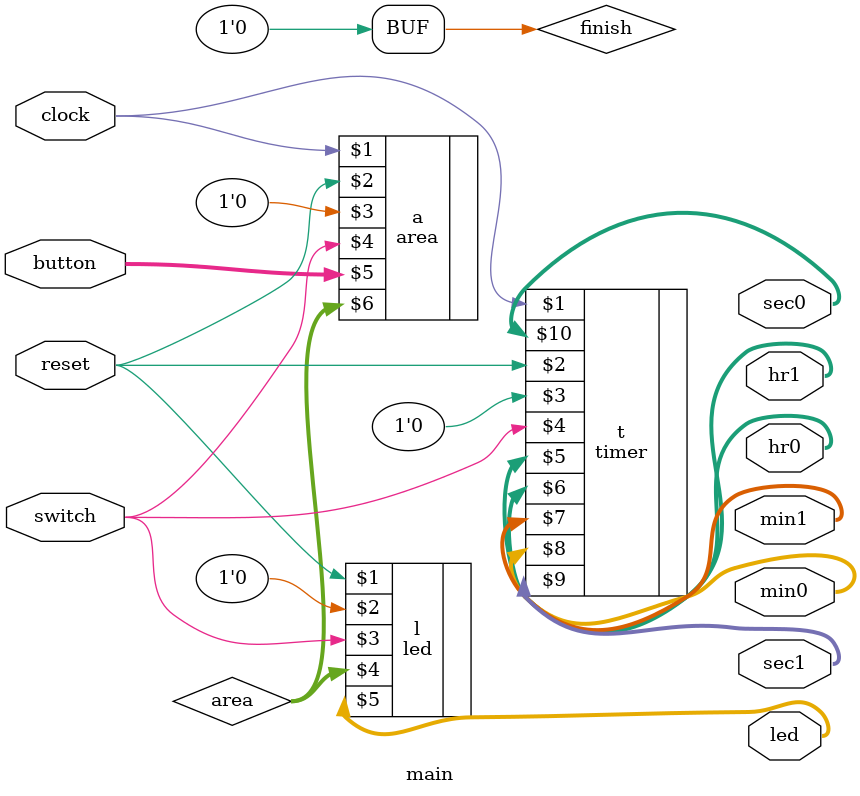
<source format=v>
module main (clock, reset, switch, button, led, hr1, hr0, min1, min0, sec1, sec0);
	input clock, reset, switch;
	input [3:0] button;
	output [7:0] led;
	output [6:0] hr1, hr0, min1, min0, sec1, sec0; //seg

	wire [2:0] area;
	reg finish;
	integer i, j;

	area a(clock, reset, finish, switch, button, area);
	led l(reset, finish, switch, area, led);
	timer t(clock, reset, finish, switch, hr1, hr0, min1, min0, sec1, sec0);

	initial begin
		finish = 0;
	end

	always @(posedge clock) begin
	end
endmodule

</source>
